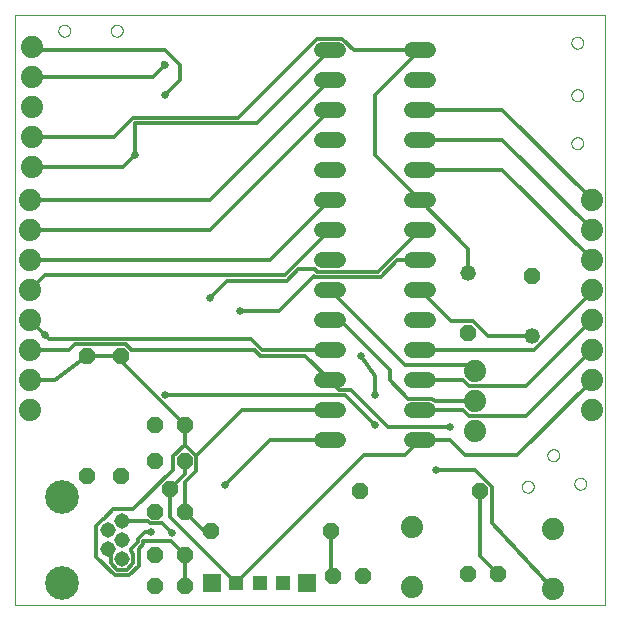
<source format=gtl>
G75*
%MOIN*%
%OFA0B0*%
%FSLAX25Y25*%
%IPPOS*%
%LPD*%
%AMOC8*
5,1,8,0,0,1.08239X$1,22.5*
%
%ADD10C,0.00000*%
%ADD11C,0.05150*%
%ADD12C,0.11220*%
%ADD13OC8,0.05200*%
%ADD14R,0.05937X0.05937*%
%ADD15R,0.05150X0.05150*%
%ADD16C,0.05200*%
%ADD17C,0.07400*%
%ADD18C,0.05200*%
%ADD19C,0.01200*%
%ADD20C,0.02578*%
D10*
X0005300Y0010249D02*
X0005300Y0207099D01*
X0202150Y0207099D01*
X0202150Y0010249D01*
X0005300Y0010249D01*
X0174331Y0049749D02*
X0174333Y0049837D01*
X0174339Y0049925D01*
X0174349Y0050013D01*
X0174363Y0050101D01*
X0174380Y0050187D01*
X0174402Y0050273D01*
X0174427Y0050357D01*
X0174457Y0050441D01*
X0174489Y0050523D01*
X0174526Y0050603D01*
X0174566Y0050682D01*
X0174610Y0050759D01*
X0174657Y0050834D01*
X0174707Y0050906D01*
X0174761Y0050977D01*
X0174817Y0051044D01*
X0174877Y0051110D01*
X0174939Y0051172D01*
X0175005Y0051232D01*
X0175072Y0051288D01*
X0175143Y0051342D01*
X0175215Y0051392D01*
X0175290Y0051439D01*
X0175367Y0051483D01*
X0175446Y0051523D01*
X0175526Y0051560D01*
X0175608Y0051592D01*
X0175692Y0051622D01*
X0175776Y0051647D01*
X0175862Y0051669D01*
X0175948Y0051686D01*
X0176036Y0051700D01*
X0176124Y0051710D01*
X0176212Y0051716D01*
X0176300Y0051718D01*
X0176388Y0051716D01*
X0176476Y0051710D01*
X0176564Y0051700D01*
X0176652Y0051686D01*
X0176738Y0051669D01*
X0176824Y0051647D01*
X0176908Y0051622D01*
X0176992Y0051592D01*
X0177074Y0051560D01*
X0177154Y0051523D01*
X0177233Y0051483D01*
X0177310Y0051439D01*
X0177385Y0051392D01*
X0177457Y0051342D01*
X0177528Y0051288D01*
X0177595Y0051232D01*
X0177661Y0051172D01*
X0177723Y0051110D01*
X0177783Y0051044D01*
X0177839Y0050977D01*
X0177893Y0050906D01*
X0177943Y0050834D01*
X0177990Y0050759D01*
X0178034Y0050682D01*
X0178074Y0050603D01*
X0178111Y0050523D01*
X0178143Y0050441D01*
X0178173Y0050357D01*
X0178198Y0050273D01*
X0178220Y0050187D01*
X0178237Y0050101D01*
X0178251Y0050013D01*
X0178261Y0049925D01*
X0178267Y0049837D01*
X0178269Y0049749D01*
X0178267Y0049661D01*
X0178261Y0049573D01*
X0178251Y0049485D01*
X0178237Y0049397D01*
X0178220Y0049311D01*
X0178198Y0049225D01*
X0178173Y0049141D01*
X0178143Y0049057D01*
X0178111Y0048975D01*
X0178074Y0048895D01*
X0178034Y0048816D01*
X0177990Y0048739D01*
X0177943Y0048664D01*
X0177893Y0048592D01*
X0177839Y0048521D01*
X0177783Y0048454D01*
X0177723Y0048388D01*
X0177661Y0048326D01*
X0177595Y0048266D01*
X0177528Y0048210D01*
X0177457Y0048156D01*
X0177385Y0048106D01*
X0177310Y0048059D01*
X0177233Y0048015D01*
X0177154Y0047975D01*
X0177074Y0047938D01*
X0176992Y0047906D01*
X0176908Y0047876D01*
X0176824Y0047851D01*
X0176738Y0047829D01*
X0176652Y0047812D01*
X0176564Y0047798D01*
X0176476Y0047788D01*
X0176388Y0047782D01*
X0176300Y0047780D01*
X0176212Y0047782D01*
X0176124Y0047788D01*
X0176036Y0047798D01*
X0175948Y0047812D01*
X0175862Y0047829D01*
X0175776Y0047851D01*
X0175692Y0047876D01*
X0175608Y0047906D01*
X0175526Y0047938D01*
X0175446Y0047975D01*
X0175367Y0048015D01*
X0175290Y0048059D01*
X0175215Y0048106D01*
X0175143Y0048156D01*
X0175072Y0048210D01*
X0175005Y0048266D01*
X0174939Y0048326D01*
X0174877Y0048388D01*
X0174817Y0048454D01*
X0174761Y0048521D01*
X0174707Y0048592D01*
X0174657Y0048664D01*
X0174610Y0048739D01*
X0174566Y0048816D01*
X0174526Y0048895D01*
X0174489Y0048975D01*
X0174457Y0049057D01*
X0174427Y0049141D01*
X0174402Y0049225D01*
X0174380Y0049311D01*
X0174363Y0049397D01*
X0174349Y0049485D01*
X0174339Y0049573D01*
X0174333Y0049661D01*
X0174331Y0049749D01*
X0182831Y0060249D02*
X0182833Y0060337D01*
X0182839Y0060425D01*
X0182849Y0060513D01*
X0182863Y0060601D01*
X0182880Y0060687D01*
X0182902Y0060773D01*
X0182927Y0060857D01*
X0182957Y0060941D01*
X0182989Y0061023D01*
X0183026Y0061103D01*
X0183066Y0061182D01*
X0183110Y0061259D01*
X0183157Y0061334D01*
X0183207Y0061406D01*
X0183261Y0061477D01*
X0183317Y0061544D01*
X0183377Y0061610D01*
X0183439Y0061672D01*
X0183505Y0061732D01*
X0183572Y0061788D01*
X0183643Y0061842D01*
X0183715Y0061892D01*
X0183790Y0061939D01*
X0183867Y0061983D01*
X0183946Y0062023D01*
X0184026Y0062060D01*
X0184108Y0062092D01*
X0184192Y0062122D01*
X0184276Y0062147D01*
X0184362Y0062169D01*
X0184448Y0062186D01*
X0184536Y0062200D01*
X0184624Y0062210D01*
X0184712Y0062216D01*
X0184800Y0062218D01*
X0184888Y0062216D01*
X0184976Y0062210D01*
X0185064Y0062200D01*
X0185152Y0062186D01*
X0185238Y0062169D01*
X0185324Y0062147D01*
X0185408Y0062122D01*
X0185492Y0062092D01*
X0185574Y0062060D01*
X0185654Y0062023D01*
X0185733Y0061983D01*
X0185810Y0061939D01*
X0185885Y0061892D01*
X0185957Y0061842D01*
X0186028Y0061788D01*
X0186095Y0061732D01*
X0186161Y0061672D01*
X0186223Y0061610D01*
X0186283Y0061544D01*
X0186339Y0061477D01*
X0186393Y0061406D01*
X0186443Y0061334D01*
X0186490Y0061259D01*
X0186534Y0061182D01*
X0186574Y0061103D01*
X0186611Y0061023D01*
X0186643Y0060941D01*
X0186673Y0060857D01*
X0186698Y0060773D01*
X0186720Y0060687D01*
X0186737Y0060601D01*
X0186751Y0060513D01*
X0186761Y0060425D01*
X0186767Y0060337D01*
X0186769Y0060249D01*
X0186767Y0060161D01*
X0186761Y0060073D01*
X0186751Y0059985D01*
X0186737Y0059897D01*
X0186720Y0059811D01*
X0186698Y0059725D01*
X0186673Y0059641D01*
X0186643Y0059557D01*
X0186611Y0059475D01*
X0186574Y0059395D01*
X0186534Y0059316D01*
X0186490Y0059239D01*
X0186443Y0059164D01*
X0186393Y0059092D01*
X0186339Y0059021D01*
X0186283Y0058954D01*
X0186223Y0058888D01*
X0186161Y0058826D01*
X0186095Y0058766D01*
X0186028Y0058710D01*
X0185957Y0058656D01*
X0185885Y0058606D01*
X0185810Y0058559D01*
X0185733Y0058515D01*
X0185654Y0058475D01*
X0185574Y0058438D01*
X0185492Y0058406D01*
X0185408Y0058376D01*
X0185324Y0058351D01*
X0185238Y0058329D01*
X0185152Y0058312D01*
X0185064Y0058298D01*
X0184976Y0058288D01*
X0184888Y0058282D01*
X0184800Y0058280D01*
X0184712Y0058282D01*
X0184624Y0058288D01*
X0184536Y0058298D01*
X0184448Y0058312D01*
X0184362Y0058329D01*
X0184276Y0058351D01*
X0184192Y0058376D01*
X0184108Y0058406D01*
X0184026Y0058438D01*
X0183946Y0058475D01*
X0183867Y0058515D01*
X0183790Y0058559D01*
X0183715Y0058606D01*
X0183643Y0058656D01*
X0183572Y0058710D01*
X0183505Y0058766D01*
X0183439Y0058826D01*
X0183377Y0058888D01*
X0183317Y0058954D01*
X0183261Y0059021D01*
X0183207Y0059092D01*
X0183157Y0059164D01*
X0183110Y0059239D01*
X0183066Y0059316D01*
X0183026Y0059395D01*
X0182989Y0059475D01*
X0182957Y0059557D01*
X0182927Y0059641D01*
X0182902Y0059725D01*
X0182880Y0059811D01*
X0182863Y0059897D01*
X0182849Y0059985D01*
X0182839Y0060073D01*
X0182833Y0060161D01*
X0182831Y0060249D01*
X0191831Y0050749D02*
X0191833Y0050837D01*
X0191839Y0050925D01*
X0191849Y0051013D01*
X0191863Y0051101D01*
X0191880Y0051187D01*
X0191902Y0051273D01*
X0191927Y0051357D01*
X0191957Y0051441D01*
X0191989Y0051523D01*
X0192026Y0051603D01*
X0192066Y0051682D01*
X0192110Y0051759D01*
X0192157Y0051834D01*
X0192207Y0051906D01*
X0192261Y0051977D01*
X0192317Y0052044D01*
X0192377Y0052110D01*
X0192439Y0052172D01*
X0192505Y0052232D01*
X0192572Y0052288D01*
X0192643Y0052342D01*
X0192715Y0052392D01*
X0192790Y0052439D01*
X0192867Y0052483D01*
X0192946Y0052523D01*
X0193026Y0052560D01*
X0193108Y0052592D01*
X0193192Y0052622D01*
X0193276Y0052647D01*
X0193362Y0052669D01*
X0193448Y0052686D01*
X0193536Y0052700D01*
X0193624Y0052710D01*
X0193712Y0052716D01*
X0193800Y0052718D01*
X0193888Y0052716D01*
X0193976Y0052710D01*
X0194064Y0052700D01*
X0194152Y0052686D01*
X0194238Y0052669D01*
X0194324Y0052647D01*
X0194408Y0052622D01*
X0194492Y0052592D01*
X0194574Y0052560D01*
X0194654Y0052523D01*
X0194733Y0052483D01*
X0194810Y0052439D01*
X0194885Y0052392D01*
X0194957Y0052342D01*
X0195028Y0052288D01*
X0195095Y0052232D01*
X0195161Y0052172D01*
X0195223Y0052110D01*
X0195283Y0052044D01*
X0195339Y0051977D01*
X0195393Y0051906D01*
X0195443Y0051834D01*
X0195490Y0051759D01*
X0195534Y0051682D01*
X0195574Y0051603D01*
X0195611Y0051523D01*
X0195643Y0051441D01*
X0195673Y0051357D01*
X0195698Y0051273D01*
X0195720Y0051187D01*
X0195737Y0051101D01*
X0195751Y0051013D01*
X0195761Y0050925D01*
X0195767Y0050837D01*
X0195769Y0050749D01*
X0195767Y0050661D01*
X0195761Y0050573D01*
X0195751Y0050485D01*
X0195737Y0050397D01*
X0195720Y0050311D01*
X0195698Y0050225D01*
X0195673Y0050141D01*
X0195643Y0050057D01*
X0195611Y0049975D01*
X0195574Y0049895D01*
X0195534Y0049816D01*
X0195490Y0049739D01*
X0195443Y0049664D01*
X0195393Y0049592D01*
X0195339Y0049521D01*
X0195283Y0049454D01*
X0195223Y0049388D01*
X0195161Y0049326D01*
X0195095Y0049266D01*
X0195028Y0049210D01*
X0194957Y0049156D01*
X0194885Y0049106D01*
X0194810Y0049059D01*
X0194733Y0049015D01*
X0194654Y0048975D01*
X0194574Y0048938D01*
X0194492Y0048906D01*
X0194408Y0048876D01*
X0194324Y0048851D01*
X0194238Y0048829D01*
X0194152Y0048812D01*
X0194064Y0048798D01*
X0193976Y0048788D01*
X0193888Y0048782D01*
X0193800Y0048780D01*
X0193712Y0048782D01*
X0193624Y0048788D01*
X0193536Y0048798D01*
X0193448Y0048812D01*
X0193362Y0048829D01*
X0193276Y0048851D01*
X0193192Y0048876D01*
X0193108Y0048906D01*
X0193026Y0048938D01*
X0192946Y0048975D01*
X0192867Y0049015D01*
X0192790Y0049059D01*
X0192715Y0049106D01*
X0192643Y0049156D01*
X0192572Y0049210D01*
X0192505Y0049266D01*
X0192439Y0049326D01*
X0192377Y0049388D01*
X0192317Y0049454D01*
X0192261Y0049521D01*
X0192207Y0049592D01*
X0192157Y0049664D01*
X0192110Y0049739D01*
X0192066Y0049816D01*
X0192026Y0049895D01*
X0191989Y0049975D01*
X0191957Y0050057D01*
X0191927Y0050141D01*
X0191902Y0050225D01*
X0191880Y0050311D01*
X0191863Y0050397D01*
X0191849Y0050485D01*
X0191839Y0050573D01*
X0191833Y0050661D01*
X0191831Y0050749D01*
X0190831Y0164249D02*
X0190833Y0164337D01*
X0190839Y0164425D01*
X0190849Y0164513D01*
X0190863Y0164601D01*
X0190880Y0164687D01*
X0190902Y0164773D01*
X0190927Y0164857D01*
X0190957Y0164941D01*
X0190989Y0165023D01*
X0191026Y0165103D01*
X0191066Y0165182D01*
X0191110Y0165259D01*
X0191157Y0165334D01*
X0191207Y0165406D01*
X0191261Y0165477D01*
X0191317Y0165544D01*
X0191377Y0165610D01*
X0191439Y0165672D01*
X0191505Y0165732D01*
X0191572Y0165788D01*
X0191643Y0165842D01*
X0191715Y0165892D01*
X0191790Y0165939D01*
X0191867Y0165983D01*
X0191946Y0166023D01*
X0192026Y0166060D01*
X0192108Y0166092D01*
X0192192Y0166122D01*
X0192276Y0166147D01*
X0192362Y0166169D01*
X0192448Y0166186D01*
X0192536Y0166200D01*
X0192624Y0166210D01*
X0192712Y0166216D01*
X0192800Y0166218D01*
X0192888Y0166216D01*
X0192976Y0166210D01*
X0193064Y0166200D01*
X0193152Y0166186D01*
X0193238Y0166169D01*
X0193324Y0166147D01*
X0193408Y0166122D01*
X0193492Y0166092D01*
X0193574Y0166060D01*
X0193654Y0166023D01*
X0193733Y0165983D01*
X0193810Y0165939D01*
X0193885Y0165892D01*
X0193957Y0165842D01*
X0194028Y0165788D01*
X0194095Y0165732D01*
X0194161Y0165672D01*
X0194223Y0165610D01*
X0194283Y0165544D01*
X0194339Y0165477D01*
X0194393Y0165406D01*
X0194443Y0165334D01*
X0194490Y0165259D01*
X0194534Y0165182D01*
X0194574Y0165103D01*
X0194611Y0165023D01*
X0194643Y0164941D01*
X0194673Y0164857D01*
X0194698Y0164773D01*
X0194720Y0164687D01*
X0194737Y0164601D01*
X0194751Y0164513D01*
X0194761Y0164425D01*
X0194767Y0164337D01*
X0194769Y0164249D01*
X0194767Y0164161D01*
X0194761Y0164073D01*
X0194751Y0163985D01*
X0194737Y0163897D01*
X0194720Y0163811D01*
X0194698Y0163725D01*
X0194673Y0163641D01*
X0194643Y0163557D01*
X0194611Y0163475D01*
X0194574Y0163395D01*
X0194534Y0163316D01*
X0194490Y0163239D01*
X0194443Y0163164D01*
X0194393Y0163092D01*
X0194339Y0163021D01*
X0194283Y0162954D01*
X0194223Y0162888D01*
X0194161Y0162826D01*
X0194095Y0162766D01*
X0194028Y0162710D01*
X0193957Y0162656D01*
X0193885Y0162606D01*
X0193810Y0162559D01*
X0193733Y0162515D01*
X0193654Y0162475D01*
X0193574Y0162438D01*
X0193492Y0162406D01*
X0193408Y0162376D01*
X0193324Y0162351D01*
X0193238Y0162329D01*
X0193152Y0162312D01*
X0193064Y0162298D01*
X0192976Y0162288D01*
X0192888Y0162282D01*
X0192800Y0162280D01*
X0192712Y0162282D01*
X0192624Y0162288D01*
X0192536Y0162298D01*
X0192448Y0162312D01*
X0192362Y0162329D01*
X0192276Y0162351D01*
X0192192Y0162376D01*
X0192108Y0162406D01*
X0192026Y0162438D01*
X0191946Y0162475D01*
X0191867Y0162515D01*
X0191790Y0162559D01*
X0191715Y0162606D01*
X0191643Y0162656D01*
X0191572Y0162710D01*
X0191505Y0162766D01*
X0191439Y0162826D01*
X0191377Y0162888D01*
X0191317Y0162954D01*
X0191261Y0163021D01*
X0191207Y0163092D01*
X0191157Y0163164D01*
X0191110Y0163239D01*
X0191066Y0163316D01*
X0191026Y0163395D01*
X0190989Y0163475D01*
X0190957Y0163557D01*
X0190927Y0163641D01*
X0190902Y0163725D01*
X0190880Y0163811D01*
X0190863Y0163897D01*
X0190849Y0163985D01*
X0190839Y0164073D01*
X0190833Y0164161D01*
X0190831Y0164249D01*
X0190831Y0180249D02*
X0190833Y0180337D01*
X0190839Y0180425D01*
X0190849Y0180513D01*
X0190863Y0180601D01*
X0190880Y0180687D01*
X0190902Y0180773D01*
X0190927Y0180857D01*
X0190957Y0180941D01*
X0190989Y0181023D01*
X0191026Y0181103D01*
X0191066Y0181182D01*
X0191110Y0181259D01*
X0191157Y0181334D01*
X0191207Y0181406D01*
X0191261Y0181477D01*
X0191317Y0181544D01*
X0191377Y0181610D01*
X0191439Y0181672D01*
X0191505Y0181732D01*
X0191572Y0181788D01*
X0191643Y0181842D01*
X0191715Y0181892D01*
X0191790Y0181939D01*
X0191867Y0181983D01*
X0191946Y0182023D01*
X0192026Y0182060D01*
X0192108Y0182092D01*
X0192192Y0182122D01*
X0192276Y0182147D01*
X0192362Y0182169D01*
X0192448Y0182186D01*
X0192536Y0182200D01*
X0192624Y0182210D01*
X0192712Y0182216D01*
X0192800Y0182218D01*
X0192888Y0182216D01*
X0192976Y0182210D01*
X0193064Y0182200D01*
X0193152Y0182186D01*
X0193238Y0182169D01*
X0193324Y0182147D01*
X0193408Y0182122D01*
X0193492Y0182092D01*
X0193574Y0182060D01*
X0193654Y0182023D01*
X0193733Y0181983D01*
X0193810Y0181939D01*
X0193885Y0181892D01*
X0193957Y0181842D01*
X0194028Y0181788D01*
X0194095Y0181732D01*
X0194161Y0181672D01*
X0194223Y0181610D01*
X0194283Y0181544D01*
X0194339Y0181477D01*
X0194393Y0181406D01*
X0194443Y0181334D01*
X0194490Y0181259D01*
X0194534Y0181182D01*
X0194574Y0181103D01*
X0194611Y0181023D01*
X0194643Y0180941D01*
X0194673Y0180857D01*
X0194698Y0180773D01*
X0194720Y0180687D01*
X0194737Y0180601D01*
X0194751Y0180513D01*
X0194761Y0180425D01*
X0194767Y0180337D01*
X0194769Y0180249D01*
X0194767Y0180161D01*
X0194761Y0180073D01*
X0194751Y0179985D01*
X0194737Y0179897D01*
X0194720Y0179811D01*
X0194698Y0179725D01*
X0194673Y0179641D01*
X0194643Y0179557D01*
X0194611Y0179475D01*
X0194574Y0179395D01*
X0194534Y0179316D01*
X0194490Y0179239D01*
X0194443Y0179164D01*
X0194393Y0179092D01*
X0194339Y0179021D01*
X0194283Y0178954D01*
X0194223Y0178888D01*
X0194161Y0178826D01*
X0194095Y0178766D01*
X0194028Y0178710D01*
X0193957Y0178656D01*
X0193885Y0178606D01*
X0193810Y0178559D01*
X0193733Y0178515D01*
X0193654Y0178475D01*
X0193574Y0178438D01*
X0193492Y0178406D01*
X0193408Y0178376D01*
X0193324Y0178351D01*
X0193238Y0178329D01*
X0193152Y0178312D01*
X0193064Y0178298D01*
X0192976Y0178288D01*
X0192888Y0178282D01*
X0192800Y0178280D01*
X0192712Y0178282D01*
X0192624Y0178288D01*
X0192536Y0178298D01*
X0192448Y0178312D01*
X0192362Y0178329D01*
X0192276Y0178351D01*
X0192192Y0178376D01*
X0192108Y0178406D01*
X0192026Y0178438D01*
X0191946Y0178475D01*
X0191867Y0178515D01*
X0191790Y0178559D01*
X0191715Y0178606D01*
X0191643Y0178656D01*
X0191572Y0178710D01*
X0191505Y0178766D01*
X0191439Y0178826D01*
X0191377Y0178888D01*
X0191317Y0178954D01*
X0191261Y0179021D01*
X0191207Y0179092D01*
X0191157Y0179164D01*
X0191110Y0179239D01*
X0191066Y0179316D01*
X0191026Y0179395D01*
X0190989Y0179475D01*
X0190957Y0179557D01*
X0190927Y0179641D01*
X0190902Y0179725D01*
X0190880Y0179811D01*
X0190863Y0179897D01*
X0190849Y0179985D01*
X0190839Y0180073D01*
X0190833Y0180161D01*
X0190831Y0180249D01*
X0190831Y0197749D02*
X0190833Y0197837D01*
X0190839Y0197925D01*
X0190849Y0198013D01*
X0190863Y0198101D01*
X0190880Y0198187D01*
X0190902Y0198273D01*
X0190927Y0198357D01*
X0190957Y0198441D01*
X0190989Y0198523D01*
X0191026Y0198603D01*
X0191066Y0198682D01*
X0191110Y0198759D01*
X0191157Y0198834D01*
X0191207Y0198906D01*
X0191261Y0198977D01*
X0191317Y0199044D01*
X0191377Y0199110D01*
X0191439Y0199172D01*
X0191505Y0199232D01*
X0191572Y0199288D01*
X0191643Y0199342D01*
X0191715Y0199392D01*
X0191790Y0199439D01*
X0191867Y0199483D01*
X0191946Y0199523D01*
X0192026Y0199560D01*
X0192108Y0199592D01*
X0192192Y0199622D01*
X0192276Y0199647D01*
X0192362Y0199669D01*
X0192448Y0199686D01*
X0192536Y0199700D01*
X0192624Y0199710D01*
X0192712Y0199716D01*
X0192800Y0199718D01*
X0192888Y0199716D01*
X0192976Y0199710D01*
X0193064Y0199700D01*
X0193152Y0199686D01*
X0193238Y0199669D01*
X0193324Y0199647D01*
X0193408Y0199622D01*
X0193492Y0199592D01*
X0193574Y0199560D01*
X0193654Y0199523D01*
X0193733Y0199483D01*
X0193810Y0199439D01*
X0193885Y0199392D01*
X0193957Y0199342D01*
X0194028Y0199288D01*
X0194095Y0199232D01*
X0194161Y0199172D01*
X0194223Y0199110D01*
X0194283Y0199044D01*
X0194339Y0198977D01*
X0194393Y0198906D01*
X0194443Y0198834D01*
X0194490Y0198759D01*
X0194534Y0198682D01*
X0194574Y0198603D01*
X0194611Y0198523D01*
X0194643Y0198441D01*
X0194673Y0198357D01*
X0194698Y0198273D01*
X0194720Y0198187D01*
X0194737Y0198101D01*
X0194751Y0198013D01*
X0194761Y0197925D01*
X0194767Y0197837D01*
X0194769Y0197749D01*
X0194767Y0197661D01*
X0194761Y0197573D01*
X0194751Y0197485D01*
X0194737Y0197397D01*
X0194720Y0197311D01*
X0194698Y0197225D01*
X0194673Y0197141D01*
X0194643Y0197057D01*
X0194611Y0196975D01*
X0194574Y0196895D01*
X0194534Y0196816D01*
X0194490Y0196739D01*
X0194443Y0196664D01*
X0194393Y0196592D01*
X0194339Y0196521D01*
X0194283Y0196454D01*
X0194223Y0196388D01*
X0194161Y0196326D01*
X0194095Y0196266D01*
X0194028Y0196210D01*
X0193957Y0196156D01*
X0193885Y0196106D01*
X0193810Y0196059D01*
X0193733Y0196015D01*
X0193654Y0195975D01*
X0193574Y0195938D01*
X0193492Y0195906D01*
X0193408Y0195876D01*
X0193324Y0195851D01*
X0193238Y0195829D01*
X0193152Y0195812D01*
X0193064Y0195798D01*
X0192976Y0195788D01*
X0192888Y0195782D01*
X0192800Y0195780D01*
X0192712Y0195782D01*
X0192624Y0195788D01*
X0192536Y0195798D01*
X0192448Y0195812D01*
X0192362Y0195829D01*
X0192276Y0195851D01*
X0192192Y0195876D01*
X0192108Y0195906D01*
X0192026Y0195938D01*
X0191946Y0195975D01*
X0191867Y0196015D01*
X0191790Y0196059D01*
X0191715Y0196106D01*
X0191643Y0196156D01*
X0191572Y0196210D01*
X0191505Y0196266D01*
X0191439Y0196326D01*
X0191377Y0196388D01*
X0191317Y0196454D01*
X0191261Y0196521D01*
X0191207Y0196592D01*
X0191157Y0196664D01*
X0191110Y0196739D01*
X0191066Y0196816D01*
X0191026Y0196895D01*
X0190989Y0196975D01*
X0190957Y0197057D01*
X0190927Y0197141D01*
X0190902Y0197225D01*
X0190880Y0197311D01*
X0190863Y0197397D01*
X0190849Y0197485D01*
X0190839Y0197573D01*
X0190833Y0197661D01*
X0190831Y0197749D01*
X0037331Y0201749D02*
X0037333Y0201837D01*
X0037339Y0201925D01*
X0037349Y0202013D01*
X0037363Y0202101D01*
X0037380Y0202187D01*
X0037402Y0202273D01*
X0037427Y0202357D01*
X0037457Y0202441D01*
X0037489Y0202523D01*
X0037526Y0202603D01*
X0037566Y0202682D01*
X0037610Y0202759D01*
X0037657Y0202834D01*
X0037707Y0202906D01*
X0037761Y0202977D01*
X0037817Y0203044D01*
X0037877Y0203110D01*
X0037939Y0203172D01*
X0038005Y0203232D01*
X0038072Y0203288D01*
X0038143Y0203342D01*
X0038215Y0203392D01*
X0038290Y0203439D01*
X0038367Y0203483D01*
X0038446Y0203523D01*
X0038526Y0203560D01*
X0038608Y0203592D01*
X0038692Y0203622D01*
X0038776Y0203647D01*
X0038862Y0203669D01*
X0038948Y0203686D01*
X0039036Y0203700D01*
X0039124Y0203710D01*
X0039212Y0203716D01*
X0039300Y0203718D01*
X0039388Y0203716D01*
X0039476Y0203710D01*
X0039564Y0203700D01*
X0039652Y0203686D01*
X0039738Y0203669D01*
X0039824Y0203647D01*
X0039908Y0203622D01*
X0039992Y0203592D01*
X0040074Y0203560D01*
X0040154Y0203523D01*
X0040233Y0203483D01*
X0040310Y0203439D01*
X0040385Y0203392D01*
X0040457Y0203342D01*
X0040528Y0203288D01*
X0040595Y0203232D01*
X0040661Y0203172D01*
X0040723Y0203110D01*
X0040783Y0203044D01*
X0040839Y0202977D01*
X0040893Y0202906D01*
X0040943Y0202834D01*
X0040990Y0202759D01*
X0041034Y0202682D01*
X0041074Y0202603D01*
X0041111Y0202523D01*
X0041143Y0202441D01*
X0041173Y0202357D01*
X0041198Y0202273D01*
X0041220Y0202187D01*
X0041237Y0202101D01*
X0041251Y0202013D01*
X0041261Y0201925D01*
X0041267Y0201837D01*
X0041269Y0201749D01*
X0041267Y0201661D01*
X0041261Y0201573D01*
X0041251Y0201485D01*
X0041237Y0201397D01*
X0041220Y0201311D01*
X0041198Y0201225D01*
X0041173Y0201141D01*
X0041143Y0201057D01*
X0041111Y0200975D01*
X0041074Y0200895D01*
X0041034Y0200816D01*
X0040990Y0200739D01*
X0040943Y0200664D01*
X0040893Y0200592D01*
X0040839Y0200521D01*
X0040783Y0200454D01*
X0040723Y0200388D01*
X0040661Y0200326D01*
X0040595Y0200266D01*
X0040528Y0200210D01*
X0040457Y0200156D01*
X0040385Y0200106D01*
X0040310Y0200059D01*
X0040233Y0200015D01*
X0040154Y0199975D01*
X0040074Y0199938D01*
X0039992Y0199906D01*
X0039908Y0199876D01*
X0039824Y0199851D01*
X0039738Y0199829D01*
X0039652Y0199812D01*
X0039564Y0199798D01*
X0039476Y0199788D01*
X0039388Y0199782D01*
X0039300Y0199780D01*
X0039212Y0199782D01*
X0039124Y0199788D01*
X0039036Y0199798D01*
X0038948Y0199812D01*
X0038862Y0199829D01*
X0038776Y0199851D01*
X0038692Y0199876D01*
X0038608Y0199906D01*
X0038526Y0199938D01*
X0038446Y0199975D01*
X0038367Y0200015D01*
X0038290Y0200059D01*
X0038215Y0200106D01*
X0038143Y0200156D01*
X0038072Y0200210D01*
X0038005Y0200266D01*
X0037939Y0200326D01*
X0037877Y0200388D01*
X0037817Y0200454D01*
X0037761Y0200521D01*
X0037707Y0200592D01*
X0037657Y0200664D01*
X0037610Y0200739D01*
X0037566Y0200816D01*
X0037526Y0200895D01*
X0037489Y0200975D01*
X0037457Y0201057D01*
X0037427Y0201141D01*
X0037402Y0201225D01*
X0037380Y0201311D01*
X0037363Y0201397D01*
X0037349Y0201485D01*
X0037339Y0201573D01*
X0037333Y0201661D01*
X0037331Y0201749D01*
X0019831Y0201749D02*
X0019833Y0201837D01*
X0019839Y0201925D01*
X0019849Y0202013D01*
X0019863Y0202101D01*
X0019880Y0202187D01*
X0019902Y0202273D01*
X0019927Y0202357D01*
X0019957Y0202441D01*
X0019989Y0202523D01*
X0020026Y0202603D01*
X0020066Y0202682D01*
X0020110Y0202759D01*
X0020157Y0202834D01*
X0020207Y0202906D01*
X0020261Y0202977D01*
X0020317Y0203044D01*
X0020377Y0203110D01*
X0020439Y0203172D01*
X0020505Y0203232D01*
X0020572Y0203288D01*
X0020643Y0203342D01*
X0020715Y0203392D01*
X0020790Y0203439D01*
X0020867Y0203483D01*
X0020946Y0203523D01*
X0021026Y0203560D01*
X0021108Y0203592D01*
X0021192Y0203622D01*
X0021276Y0203647D01*
X0021362Y0203669D01*
X0021448Y0203686D01*
X0021536Y0203700D01*
X0021624Y0203710D01*
X0021712Y0203716D01*
X0021800Y0203718D01*
X0021888Y0203716D01*
X0021976Y0203710D01*
X0022064Y0203700D01*
X0022152Y0203686D01*
X0022238Y0203669D01*
X0022324Y0203647D01*
X0022408Y0203622D01*
X0022492Y0203592D01*
X0022574Y0203560D01*
X0022654Y0203523D01*
X0022733Y0203483D01*
X0022810Y0203439D01*
X0022885Y0203392D01*
X0022957Y0203342D01*
X0023028Y0203288D01*
X0023095Y0203232D01*
X0023161Y0203172D01*
X0023223Y0203110D01*
X0023283Y0203044D01*
X0023339Y0202977D01*
X0023393Y0202906D01*
X0023443Y0202834D01*
X0023490Y0202759D01*
X0023534Y0202682D01*
X0023574Y0202603D01*
X0023611Y0202523D01*
X0023643Y0202441D01*
X0023673Y0202357D01*
X0023698Y0202273D01*
X0023720Y0202187D01*
X0023737Y0202101D01*
X0023751Y0202013D01*
X0023761Y0201925D01*
X0023767Y0201837D01*
X0023769Y0201749D01*
X0023767Y0201661D01*
X0023761Y0201573D01*
X0023751Y0201485D01*
X0023737Y0201397D01*
X0023720Y0201311D01*
X0023698Y0201225D01*
X0023673Y0201141D01*
X0023643Y0201057D01*
X0023611Y0200975D01*
X0023574Y0200895D01*
X0023534Y0200816D01*
X0023490Y0200739D01*
X0023443Y0200664D01*
X0023393Y0200592D01*
X0023339Y0200521D01*
X0023283Y0200454D01*
X0023223Y0200388D01*
X0023161Y0200326D01*
X0023095Y0200266D01*
X0023028Y0200210D01*
X0022957Y0200156D01*
X0022885Y0200106D01*
X0022810Y0200059D01*
X0022733Y0200015D01*
X0022654Y0199975D01*
X0022574Y0199938D01*
X0022492Y0199906D01*
X0022408Y0199876D01*
X0022324Y0199851D01*
X0022238Y0199829D01*
X0022152Y0199812D01*
X0022064Y0199798D01*
X0021976Y0199788D01*
X0021888Y0199782D01*
X0021800Y0199780D01*
X0021712Y0199782D01*
X0021624Y0199788D01*
X0021536Y0199798D01*
X0021448Y0199812D01*
X0021362Y0199829D01*
X0021276Y0199851D01*
X0021192Y0199876D01*
X0021108Y0199906D01*
X0021026Y0199938D01*
X0020946Y0199975D01*
X0020867Y0200015D01*
X0020790Y0200059D01*
X0020715Y0200106D01*
X0020643Y0200156D01*
X0020572Y0200210D01*
X0020505Y0200266D01*
X0020439Y0200326D01*
X0020377Y0200388D01*
X0020317Y0200454D01*
X0020261Y0200521D01*
X0020207Y0200592D01*
X0020157Y0200664D01*
X0020110Y0200739D01*
X0020066Y0200816D01*
X0020026Y0200895D01*
X0019989Y0200975D01*
X0019957Y0201057D01*
X0019927Y0201141D01*
X0019902Y0201225D01*
X0019880Y0201311D01*
X0019863Y0201397D01*
X0019849Y0201485D01*
X0019839Y0201573D01*
X0019833Y0201661D01*
X0019831Y0201749D01*
D11*
X0041028Y0038398D03*
X0036304Y0035249D03*
X0041028Y0032099D03*
X0036304Y0028950D03*
X0041028Y0025800D03*
D12*
X0020950Y0017729D03*
X0020950Y0046469D03*
D13*
X0029454Y0053398D03*
X0040654Y0053398D03*
X0051950Y0058347D03*
X0061950Y0058347D03*
X0056950Y0048898D03*
X0061950Y0041398D03*
X0051950Y0041398D03*
X0051950Y0027146D03*
X0061950Y0027146D03*
X0061950Y0016497D03*
X0051950Y0016497D03*
X0070650Y0035052D03*
X0061950Y0070198D03*
X0051950Y0070198D03*
X0040654Y0093398D03*
X0029454Y0093398D03*
X0110650Y0035052D03*
X0120450Y0048245D03*
X0121450Y0020044D03*
X0111450Y0020044D03*
X0156450Y0020694D03*
X0166450Y0020694D03*
X0160450Y0048245D03*
X0156394Y0101099D03*
X0177556Y0119898D03*
D14*
X0102698Y0017548D03*
X0071202Y0017548D03*
D15*
X0079076Y0017548D03*
X0086950Y0017548D03*
X0094824Y0017548D03*
D16*
X0177556Y0099898D03*
X0156394Y0121099D03*
D17*
X0158800Y0088249D03*
X0158800Y0078249D03*
X0158800Y0068249D03*
X0137800Y0036249D03*
X0137800Y0016249D03*
X0184800Y0015749D03*
X0184800Y0035749D03*
X0197800Y0075249D03*
X0197800Y0085249D03*
X0197800Y0095249D03*
X0197800Y0105249D03*
X0197800Y0115249D03*
X0197800Y0125249D03*
X0197800Y0135249D03*
X0197800Y0145249D03*
X0010906Y0156398D03*
X0010906Y0166398D03*
X0010906Y0176398D03*
X0010906Y0186398D03*
X0010906Y0196398D03*
X0010300Y0145249D03*
X0010300Y0135249D03*
X0010300Y0125249D03*
X0010300Y0115249D03*
X0010300Y0105249D03*
X0010300Y0095249D03*
X0010300Y0085249D03*
X0010300Y0075249D03*
D18*
X0107700Y0075249D02*
X0112900Y0075249D01*
X0112900Y0085249D02*
X0107700Y0085249D01*
X0107700Y0095249D02*
X0112900Y0095249D01*
X0112900Y0105249D02*
X0107700Y0105249D01*
X0107700Y0115249D02*
X0112900Y0115249D01*
X0112900Y0125249D02*
X0107700Y0125249D01*
X0107700Y0135249D02*
X0112900Y0135249D01*
X0112900Y0145249D02*
X0107700Y0145249D01*
X0107700Y0155249D02*
X0112900Y0155249D01*
X0112900Y0165249D02*
X0107700Y0165249D01*
X0107700Y0175249D02*
X0112900Y0175249D01*
X0112900Y0185249D02*
X0107700Y0185249D01*
X0107700Y0195249D02*
X0112900Y0195249D01*
X0137700Y0195249D02*
X0142900Y0195249D01*
X0142900Y0185249D02*
X0137700Y0185249D01*
X0137700Y0175249D02*
X0142900Y0175249D01*
X0142900Y0165249D02*
X0137700Y0165249D01*
X0137700Y0155249D02*
X0142900Y0155249D01*
X0142900Y0145249D02*
X0137700Y0145249D01*
X0137700Y0135249D02*
X0142900Y0135249D01*
X0142900Y0125249D02*
X0137700Y0125249D01*
X0137700Y0115249D02*
X0142900Y0115249D01*
X0142900Y0105249D02*
X0137700Y0105249D01*
X0137700Y0095249D02*
X0142900Y0095249D01*
X0142900Y0085249D02*
X0137700Y0085249D01*
X0137700Y0075249D02*
X0142900Y0075249D01*
X0142900Y0065249D02*
X0137700Y0065249D01*
X0112900Y0065249D02*
X0107700Y0065249D01*
D19*
X0110300Y0065249D02*
X0090300Y0065249D01*
X0075300Y0050249D01*
X0065750Y0055153D02*
X0065750Y0059921D01*
X0081077Y0075249D01*
X0110300Y0075249D01*
X0115300Y0080249D02*
X0125300Y0070249D01*
X0129603Y0069749D02*
X0117303Y0082049D01*
X0113500Y0082049D01*
X0110300Y0085249D01*
X0102100Y0093449D01*
X0087100Y0093449D01*
X0085300Y0095249D01*
X0044178Y0095249D01*
X0042228Y0097198D01*
X0025380Y0097198D01*
X0023430Y0095249D01*
X0010300Y0095249D01*
X0015300Y0100249D02*
X0010300Y0105249D01*
X0015300Y0100249D02*
X0016550Y0098998D01*
X0084096Y0098998D01*
X0087846Y0095249D01*
X0110300Y0095249D01*
X0110300Y0105249D02*
X0113800Y0105249D01*
X0130300Y0088749D01*
X0130300Y0085249D01*
X0136500Y0079049D01*
X0144474Y0079049D01*
X0145274Y0078249D01*
X0158800Y0078249D01*
X0154870Y0075249D02*
X0156770Y0073349D01*
X0175650Y0073349D01*
X0197550Y0095249D01*
X0197550Y0105249D02*
X0175650Y0083349D01*
X0156770Y0083349D01*
X0154870Y0085249D01*
X0140300Y0085249D01*
X0135300Y0090249D02*
X0110300Y0115249D01*
X0105380Y0119649D02*
X0127246Y0119649D01*
X0132846Y0125249D01*
X0140300Y0125249D01*
X0140300Y0135249D02*
X0126500Y0121449D01*
X0106126Y0121449D01*
X0105326Y0122249D01*
X0099846Y0122249D01*
X0096046Y0118449D01*
X0076000Y0118449D01*
X0070300Y0112749D01*
X0080300Y0108249D02*
X0093300Y0108249D01*
X0105040Y0119989D01*
X0105380Y0119649D01*
X0095300Y0120249D02*
X0110300Y0135249D01*
X0110300Y0145249D02*
X0090300Y0125249D01*
X0010300Y0125249D01*
X0015300Y0120249D02*
X0095300Y0120249D01*
X0070300Y0135249D02*
X0110300Y0175249D01*
X0110300Y0185249D02*
X0070300Y0145249D01*
X0010300Y0145249D01*
X0010300Y0135249D02*
X0070300Y0135249D01*
X0045300Y0160249D02*
X0041450Y0156398D01*
X0010906Y0156398D01*
X0010906Y0166398D02*
X0038254Y0166398D01*
X0044554Y0172698D01*
X0079776Y0172698D01*
X0106126Y0199049D01*
X0114474Y0199049D01*
X0118274Y0195249D01*
X0140300Y0195249D01*
X0125300Y0180249D01*
X0125300Y0160249D01*
X0140300Y0145249D01*
X0156394Y0129154D01*
X0156394Y0121099D01*
X0157969Y0104899D02*
X0150650Y0104899D01*
X0140300Y0115249D01*
X0140300Y0095249D02*
X0178280Y0095249D01*
X0197550Y0114519D01*
X0197550Y0115249D01*
X0197550Y0125249D02*
X0197550Y0125498D01*
X0167800Y0155249D01*
X0140300Y0155249D01*
X0140300Y0165249D02*
X0167800Y0165249D01*
X0197550Y0135498D01*
X0197550Y0135249D01*
X0197550Y0145249D02*
X0197550Y0145498D01*
X0167800Y0175249D01*
X0140300Y0175249D01*
X0110300Y0195249D02*
X0085950Y0170898D01*
X0045300Y0170898D01*
X0045300Y0160249D01*
X0055300Y0180249D02*
X0060300Y0185249D01*
X0060300Y0190249D01*
X0055300Y0195249D01*
X0012056Y0195249D01*
X0010906Y0196398D01*
X0010906Y0186398D02*
X0051450Y0186398D01*
X0055300Y0190249D01*
X0054650Y0190898D01*
X0015300Y0120249D02*
X0010300Y0115249D01*
X0029454Y0093398D02*
X0018804Y0085249D01*
X0010300Y0085249D01*
X0029454Y0093398D02*
X0040654Y0093398D01*
X0040654Y0091493D01*
X0061950Y0070198D01*
X0061950Y0063721D01*
X0065750Y0059921D01*
X0061950Y0058347D02*
X0061950Y0053898D01*
X0056950Y0048898D01*
X0056950Y0039674D01*
X0079076Y0017548D01*
X0121776Y0060249D01*
X0135300Y0060249D01*
X0140300Y0065249D01*
X0150300Y0065249D01*
X0155300Y0060249D01*
X0172800Y0060249D01*
X0197550Y0084999D01*
X0197550Y0085249D01*
X0177556Y0099898D02*
X0162969Y0099898D01*
X0157969Y0104899D01*
X0156800Y0090249D02*
X0135300Y0090249D01*
X0125300Y0086749D02*
X0125300Y0080249D01*
X0125300Y0086749D02*
X0120800Y0093249D01*
X0115300Y0080249D02*
X0055300Y0080249D01*
X0061950Y0063721D02*
X0058150Y0059921D01*
X0058150Y0055472D01*
X0044850Y0042173D01*
X0038184Y0042173D01*
X0035035Y0039024D01*
X0034740Y0039024D01*
X0032529Y0036812D01*
X0032529Y0026415D01*
X0038719Y0020225D01*
X0043338Y0020225D01*
X0046603Y0023491D01*
X0046603Y0029006D01*
X0048209Y0030612D01*
X0048209Y0031560D01*
X0057536Y0031560D01*
X0061950Y0027146D01*
X0061950Y0016497D01*
X0046409Y0031358D02*
X0044001Y0028950D01*
X0044001Y0028166D01*
X0044803Y0027364D01*
X0044803Y0024236D01*
X0042592Y0022025D01*
X0039465Y0022025D01*
X0037254Y0024236D01*
X0037254Y0028000D01*
X0036304Y0028950D01*
X0046409Y0031358D02*
X0046409Y0032305D01*
X0048852Y0034749D01*
X0050800Y0034749D01*
X0050376Y0037598D02*
X0054450Y0037598D01*
X0057800Y0034249D01*
X0050376Y0037598D02*
X0049576Y0038398D01*
X0041028Y0038398D01*
X0061950Y0041398D02*
X0061950Y0051353D01*
X0065750Y0055153D01*
X0061950Y0041398D02*
X0068296Y0035052D01*
X0070650Y0035052D01*
X0110650Y0035052D02*
X0110650Y0020843D01*
X0111450Y0020044D01*
X0145800Y0055249D02*
X0158820Y0055249D01*
X0164250Y0049819D01*
X0164250Y0037799D01*
X0184800Y0015749D01*
X0166450Y0020694D02*
X0160450Y0026694D01*
X0160450Y0048245D01*
X0150300Y0069749D02*
X0129603Y0069749D01*
X0140300Y0075249D02*
X0154870Y0075249D01*
X0158800Y0088249D02*
X0156800Y0090249D01*
D20*
X0150300Y0069749D03*
X0145800Y0055249D03*
X0125300Y0070249D03*
X0125300Y0080249D03*
X0120800Y0093249D03*
X0080300Y0108249D03*
X0070300Y0112749D03*
X0055300Y0080249D03*
X0075300Y0050249D03*
X0057800Y0034249D03*
X0050800Y0034749D03*
X0015300Y0100249D03*
X0045300Y0160249D03*
X0055300Y0180249D03*
X0055300Y0190249D03*
M02*

</source>
